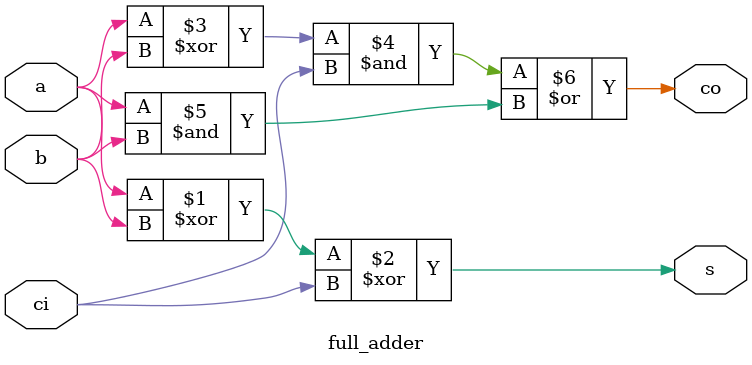
<source format=v>
`timescale 1ns / 1ps
module full_adder(
 input wire a,b,ci,
output wire s,co);
assign s = a^b^ci ;
assign co = ((a^b)&ci) | (a&b) ;
endmodule

</source>
